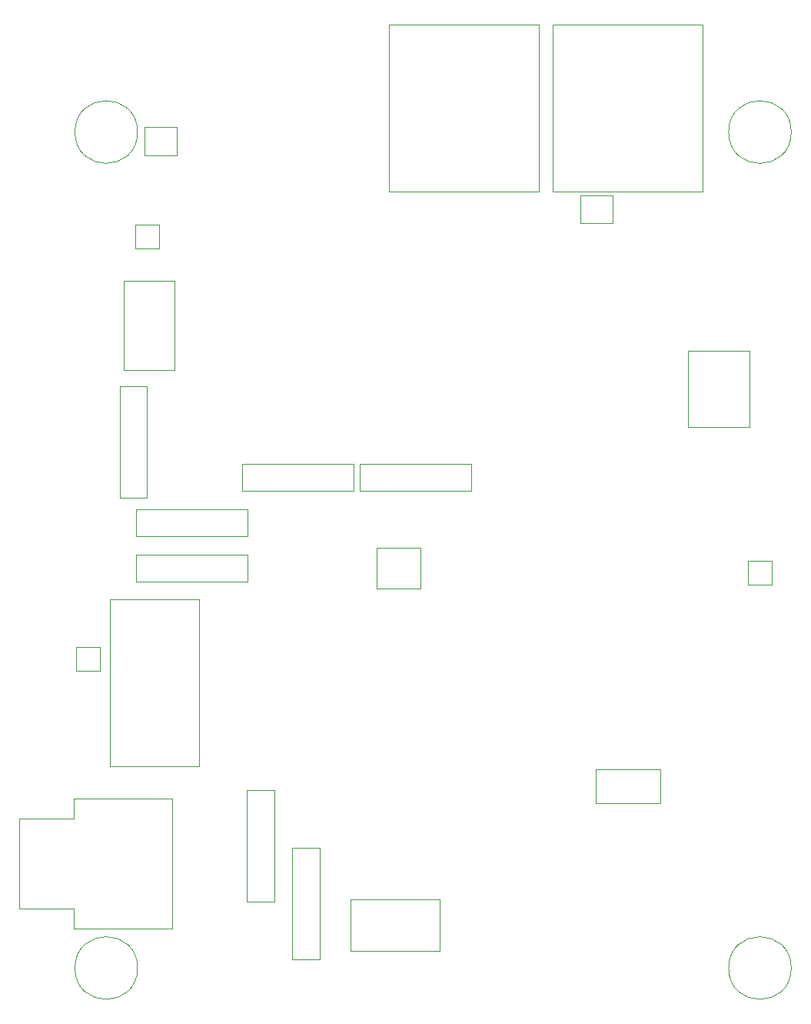
<source format=gbr>
%TF.GenerationSoftware,KiCad,Pcbnew,8.0.6-8.0.6-0~ubuntu22.04.1*%
%TF.CreationDate,2024-12-03T16:31:01+00:00*%
%TF.ProjectId,miniv_motor_controller_board,6d696e69-765f-46d6-9f74-6f725f636f6e,rev?*%
%TF.SameCoordinates,Original*%
%TF.FileFunction,Other,User*%
%FSLAX46Y46*%
G04 Gerber Fmt 4.6, Leading zero omitted, Abs format (unit mm)*
G04 Created by KiCad (PCBNEW 8.0.6-8.0.6-0~ubuntu22.04.1) date 2024-12-03 16:31:01*
%MOMM*%
%LPD*%
G01*
G04 APERTURE LIST*
%ADD10C,0.050000*%
G04 APERTURE END LIST*
D10*
%TO.C,R5*%
X66500000Y-132790000D02*
X66500000Y-145050000D01*
X66500000Y-145050000D02*
X69500000Y-145050000D01*
X69500000Y-132790000D02*
X66500000Y-132790000D01*
X69500000Y-145050000D02*
X69500000Y-132790000D01*
%TO.C,J4*%
X110100000Y-78050000D02*
X110100000Y-86450000D01*
X110100000Y-86450000D02*
X116850000Y-86450000D01*
X116850000Y-78050000D02*
X110100000Y-78050000D01*
X116850000Y-86450000D02*
X116850000Y-78050000D01*
%TO.C,JP4*%
X42700000Y-110700000D02*
X42700000Y-113300000D01*
X42700000Y-113300000D02*
X45300000Y-113300000D01*
X45300000Y-110700000D02*
X42700000Y-110700000D01*
X45300000Y-113300000D02*
X45300000Y-110700000D01*
%TO.C,U2*%
X72900000Y-138450000D02*
X72900000Y-144100000D01*
X72900000Y-144100000D02*
X82700000Y-144100000D01*
X82700000Y-138450000D02*
X72900000Y-138450000D01*
X82700000Y-144100000D02*
X82700000Y-138450000D01*
%TO.C,J2*%
X77150000Y-42150000D02*
X77150000Y-60550000D01*
X77150000Y-42150000D02*
X93650000Y-42150000D01*
X93650000Y-60550000D02*
X77150000Y-60550000D01*
X93650000Y-60550000D02*
X93650000Y-42150000D01*
%TO.C,H3*%
X121450000Y-54000000D02*
G75*
G02*
X114550000Y-54000000I-3450000J0D01*
G01*
X114550000Y-54000000D02*
G75*
G02*
X121450000Y-54000000I3450000J0D01*
G01*
%TO.C,JP6*%
X49200000Y-64200000D02*
X49200000Y-66800000D01*
X49200000Y-66800000D02*
X51800000Y-66800000D01*
X51800000Y-64200000D02*
X49200000Y-64200000D01*
X51800000Y-66800000D02*
X51800000Y-64200000D01*
%TO.C,H1*%
X49450000Y-146000000D02*
G75*
G02*
X42550000Y-146000000I-3450000J0D01*
G01*
X42550000Y-146000000D02*
G75*
G02*
X49450000Y-146000000I3450000J0D01*
G01*
%TO.C,J3*%
X36450000Y-129580000D02*
X42450000Y-129580000D01*
X36450000Y-139420000D02*
X36450000Y-129580000D01*
X36450000Y-139420000D02*
X42450000Y-139420000D01*
X42450000Y-127350000D02*
X53250000Y-127350000D01*
X42450000Y-129580000D02*
X42450000Y-127350000D01*
X42450000Y-141650000D02*
X42450000Y-139420000D01*
X42450000Y-141650000D02*
X53250000Y-141650000D01*
X53250000Y-141650000D02*
X53250000Y-127350000D01*
%TO.C,R1*%
X49290000Y-95500000D02*
X49290000Y-98500000D01*
X49290000Y-98500000D02*
X61550000Y-98500000D01*
X61550000Y-95500000D02*
X49290000Y-95500000D01*
X61550000Y-98500000D02*
X61550000Y-95500000D01*
%TO.C,J1*%
X95150000Y-42150000D02*
X95150000Y-60550000D01*
X95150000Y-42150000D02*
X111650000Y-42150000D01*
X111650000Y-60550000D02*
X95150000Y-60550000D01*
X111650000Y-60550000D02*
X111650000Y-42150000D01*
%TO.C,JP7*%
X98200000Y-60950000D02*
X98200000Y-64050000D01*
X98200000Y-64050000D02*
X101800000Y-64050000D01*
X101800000Y-60950000D02*
X98200000Y-60950000D01*
X101800000Y-64050000D02*
X101800000Y-60950000D01*
%TO.C,H4*%
X121450000Y-146000000D02*
G75*
G02*
X114550000Y-146000000I-3450000J0D01*
G01*
X114550000Y-146000000D02*
G75*
G02*
X121450000Y-146000000I3450000J0D01*
G01*
%TO.C,U6*%
X46400000Y-105450000D02*
X46400000Y-123800000D01*
X46400000Y-123800000D02*
X56200000Y-123800000D01*
X56200000Y-105450000D02*
X46400000Y-105450000D01*
X56200000Y-123800000D02*
X56200000Y-105450000D01*
%TO.C,R2*%
X47500000Y-81950000D02*
X47500000Y-94210000D01*
X47500000Y-94210000D02*
X50500000Y-94210000D01*
X50500000Y-81950000D02*
X47500000Y-81950000D01*
X50500000Y-94210000D02*
X50500000Y-81950000D01*
%TO.C,JP5*%
X116700000Y-101200000D02*
X116700000Y-103800000D01*
X116700000Y-103800000D02*
X119300000Y-103800000D01*
X119300000Y-101200000D02*
X116700000Y-101200000D01*
X119300000Y-103800000D02*
X119300000Y-101200000D01*
%TO.C,U3*%
X47900000Y-70400000D02*
X47900000Y-80200000D01*
X47900000Y-80200000D02*
X53550000Y-80200000D01*
X53550000Y-70400000D02*
X47900000Y-70400000D01*
X53550000Y-80200000D02*
X53550000Y-70400000D01*
%TO.C,JP2*%
X50200000Y-53450000D02*
X50200000Y-56550000D01*
X50200000Y-56550000D02*
X53800000Y-56550000D01*
X53800000Y-53450000D02*
X50200000Y-53450000D01*
X53800000Y-56550000D02*
X53800000Y-53450000D01*
%TO.C,R8*%
X73950000Y-90500000D02*
X73950000Y-93500000D01*
X73950000Y-93500000D02*
X86210000Y-93500000D01*
X86210000Y-90500000D02*
X73950000Y-90500000D01*
X86210000Y-93500000D02*
X86210000Y-90500000D01*
%TO.C,R6*%
X61500000Y-126450000D02*
X61500000Y-138710000D01*
X61500000Y-138710000D02*
X64500000Y-138710000D01*
X64500000Y-126450000D02*
X61500000Y-126450000D01*
X64500000Y-138710000D02*
X64500000Y-126450000D01*
%TO.C,D2*%
X75800000Y-99750000D02*
X75800000Y-104250000D01*
X75800000Y-104250000D02*
X80650000Y-104250000D01*
X80650000Y-99750000D02*
X75800000Y-99750000D01*
X80650000Y-104250000D02*
X80650000Y-99750000D01*
%TO.C,H2*%
X49450000Y-54000000D02*
G75*
G02*
X42550000Y-54000000I-3450000J0D01*
G01*
X42550000Y-54000000D02*
G75*
G02*
X49450000Y-54000000I3450000J0D01*
G01*
%TO.C,R7*%
X60950000Y-90500000D02*
X60950000Y-93500000D01*
X60950000Y-93500000D02*
X73210000Y-93500000D01*
X73210000Y-90500000D02*
X60950000Y-90500000D01*
X73210000Y-93500000D02*
X73210000Y-90500000D01*
%TO.C,C1*%
X99950000Y-124150000D02*
X99950000Y-127850000D01*
X99950000Y-127850000D02*
X107050000Y-127850000D01*
X107050000Y-124150000D02*
X99950000Y-124150000D01*
X107050000Y-127850000D02*
X107050000Y-124150000D01*
%TO.C,R4*%
X49290000Y-100500000D02*
X49290000Y-103500000D01*
X49290000Y-103500000D02*
X61550000Y-103500000D01*
X61550000Y-100500000D02*
X49290000Y-100500000D01*
X61550000Y-103500000D02*
X61550000Y-100500000D01*
%TD*%
M02*

</source>
